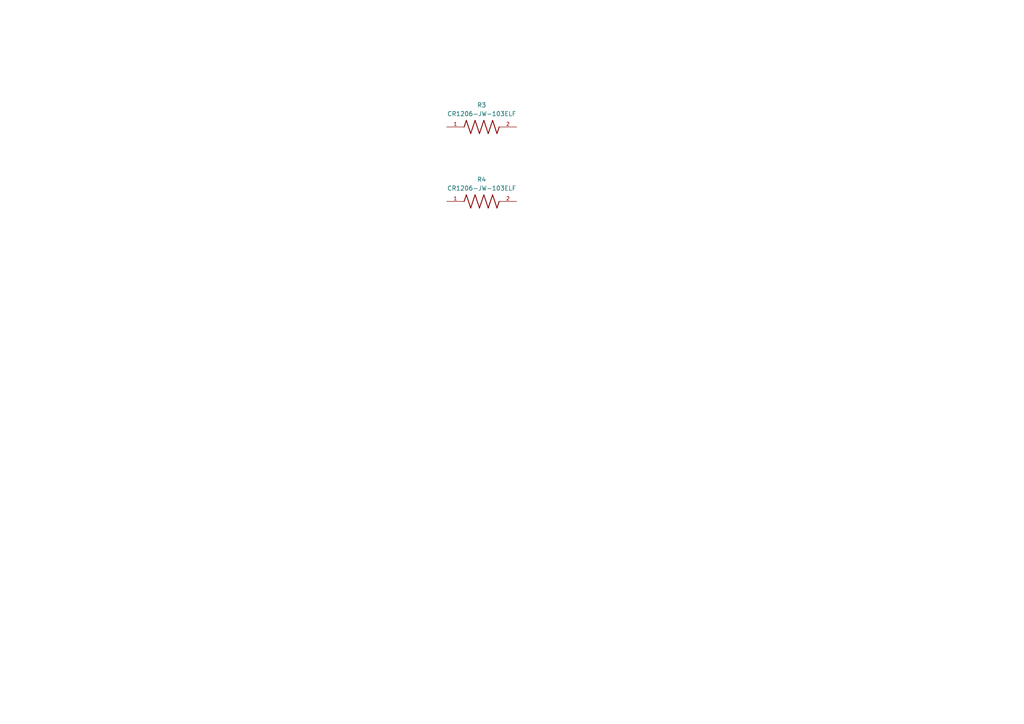
<source format=kicad_sch>
(kicad_sch (version 20250114) (generator "eeschema") (generator_version "9.0")
  (paper "A4")
  (lib_symbols
    (symbol "CR1206-JW-103ELF:CR1206-JW-103ELF" (pin_names (offset 1.016))
      (property "Reference" "R" (at -7.6244 2.5415 0))
      (property "Value" "CR1206-JW-103ELF" (at -7.63 -5.0866 0))
      (symbol "CR1206-JW-103ELF_0_0"
        (polyline (pts (xy -5.08 0) (xy -4.445 1.905)) (stroke (width 0.254)))
        (polyline (pts (xy -4.445 1.905) (xy -3.175 -1.905)) (stroke (width 0.254)))
        (polyline (pts (xy -3.175 -1.905) (xy -1.905 1.905)) (stroke (width 0.254)))
        (polyline (pts (xy -1.905 1.905) (xy -0.635 -1.905)) (stroke (width 0.254)))
        (polyline (pts (xy -0.635 -1.905) (xy 0.635 1.905)) (stroke (width 0.254)))
        (polyline (pts (xy 0.635 1.905) (xy 1.905 -1.905)) (stroke (width 0.254)))
        (polyline (pts (xy 1.905 -1.905) (xy 3.175 1.905)) (stroke (width 0.254)))
        (polyline (pts (xy 3.175 1.905) (xy 4.445 -1.905)) (stroke (width 0.254)))
        (polyline (pts (xy 4.445 -1.905) (xy 5.08 0)) (stroke (width 0.254)))
        (pin passive line (at -10.16 0 0) (length 5.08) (name "~") (number "1"))
        (pin passive line (at 10.16 0 180) (length 5.08) (name "~") (number "2"))
      )
    )
  )
  (symbol (lib_id "CR1206-JW-103ELF:CR1206-JW-103ELF") (at 139.7 58.42 0) (unit 1)
    (property "Reference" "R4" (at 139.7 52.07 0))
    (property "Value" "CR1206-JW-103ELF" (at 139.7 54.61 0))
    (property "Footprint" "CR1206-JW-103ELF:RESC3216X75N" (effects (hide yes)))
    (property "MF" "Bourns" (effects (hide yes)))
    (property "Description_1" "CR1206 SMD Thick Film Resistor,10K 5% | Bourns CR1206-JW-103ELF" (effects (hide yes)))
    (property "Package" "3216 Bourns" (effects (hide yes)))
    (property "Price" "None" (effects (hide yes)))
    (property "SnapEDA_Link" "https://www.snapeda.com/parts/CR1206-JW-103ELF/Bourns/view-part/?ref=snap" (effects (hide yes)))
    (property "MP" "CR1206-JW-103ELF" (effects (hide yes)))
    (property "Availability" "In Stock" (effects (hide yes)))
    (property "Check_prices" "https://www.snapeda.com/parts/CR1206-JW-103ELF/Bourns/view-part/?ref=eda" (effects (hide yes)))
  )
  (symbol (lib_id "CR1206-JW-103ELF:CR1206-JW-103ELF") (at 139.7 36.83 0) (unit 1)
    (property "Reference" "R3" (at 139.7 30.48 0))
    (property "Value" "CR1206-JW-103ELF" (at 139.7 33.02 0))
    (property "Footprint" "CR1206-JW-103ELF:RESC3216X75N" (effects (hide yes)))
    (property "MF" "Bourns" (effects (hide yes)))
    (property "Description_1" "CR1206 SMD Thick Film Resistor,10K 5% | Bourns CR1206-JW-103ELF" (effects (hide yes)))
    (property "Package" "3216 Bourns" (effects (hide yes)))
    (property "Price" "None" (effects (hide yes)))
    (property "SnapEDA_Link" "https://www.snapeda.com/parts/CR1206-JW-103ELF/Bourns/view-part/?ref=snap" (effects (hide yes)))
    (property "MP" "CR1206-JW-103ELF" (effects (hide yes)))
    (property "Availability" "In Stock" (effects (hide yes)))
    (property "Check_prices" "https://www.snapeda.com/parts/CR1206-JW-103ELF/Bourns/view-part/?ref=eda" (effects (hide yes)))
  )
)
</source>
